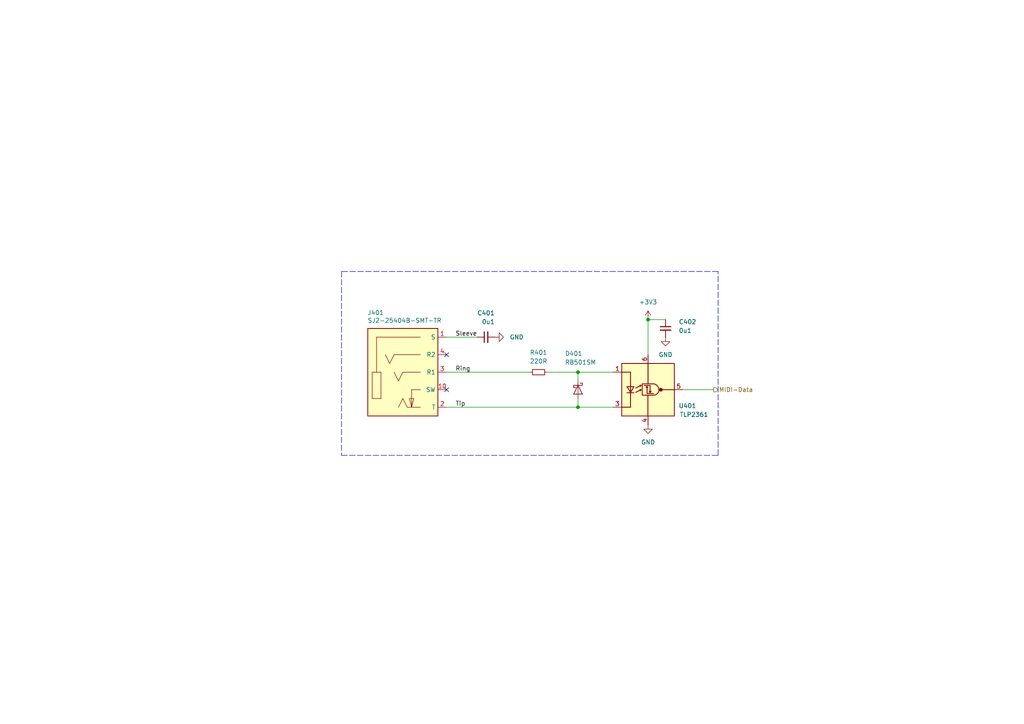
<source format=kicad_sch>
(kicad_sch (version 20231120) (generator "eeschema") (generator_version "8.0")
  (paper "A4")
  (title_block (title "MIDI In") (date "2024-07-17") (rev "2"))
  (lib_symbols
    (symbol "Device:C_Small" (pin_numbers hide) (pin_names (offset 0.254) hide)
      (property "Reference" "C" (at 0.254 1.778 0))
      (property "Value" "C_Small" (at 0.254 -2.032 0))
      (symbol "C_Small_0_1"
        (polyline (pts (xy -1.524 -0.508) (xy 1.524 -0.508)) (stroke (width 0.3302)))
        (polyline (pts (xy -1.524 0.508) (xy 1.524 0.508)) (stroke (width 0.3048)))
      )
      (symbol "C_Small_1_1"
        (pin passive line (at 0 2.54 270) (length 2.032) (name "~") (number "1"))
        (pin passive line (at 0 -2.54 90) (length 2.032) (name "~") (number "2"))
      )
    )
    (symbol "Device:R_Small" (pin_numbers hide) (pin_names (offset 0.254) hide)
      (property "Reference" "R" (at 0.762 0.508 0))
      (property "Value" "R_Small" (at 0.762 -1.016 0))
      (symbol "R_Small_0_1"
        (rectangle (start -0.762 1.778) (end 0.762 -1.778) (stroke (width 0.2032)))
      )
      (symbol "R_Small_1_1"
        (pin passive line (at 0 2.54 270) (length 0.762) (name "~") (number "1"))
        (pin passive line (at 0 -2.54 90) (length 0.762) (name "~") (number "2"))
      )
    )
    (symbol "V2_Connector_Audio:SJ2-25404B-SMT-TR" (pin_names (offset 0.635))
      (property "Reference" "J" (at -10.1854 15.2654 0))
      (property "Value" "SJ2-25404B-SMT-TR" (at -10.414 -17.78 0))
      (symbol "SJ2-25404B-SMT-TR_0_0"
        (rectangle (start -10.16 12.7) (end 10.16 -12.7) (stroke (width 0.254)) (fill (type background)))
        (polyline (pts (xy -8.89 -7.62) (xy -6.35 -7.62)) (stroke (width 0.1524)))
        (polyline (pts (xy -8.89 0) (xy -8.89 -7.62)) (stroke (width 0.1524)))
        (polyline (pts (xy -7.62 0) (xy -8.89 0)) (stroke (width 0.1524)))
        (polyline (pts (xy -7.62 10.16) (xy -7.62 0)) (stroke (width 0.1524)))
        (polyline (pts (xy -6.35 -7.62) (xy -6.35 0)) (stroke (width 0.1524)))
        (polyline (pts (xy -6.35 0) (xy -7.62 0)) (stroke (width 0.1524)))
        (polyline (pts (xy -3.81 2.54) (xy -5.08 5.08)) (stroke (width 0.1524)))
        (polyline (pts (xy -2.54 5.08) (xy -3.81 2.54)) (stroke (width 0.1524)))
        (polyline (pts (xy -1.27 -2.54) (xy -2.54 0)) (stroke (width 0.1524)))
        (polyline (pts (xy 0 -7.62) (xy -1.27 -10.16)) (stroke (width 0.1524)))
        (polyline (pts (xy 0 0) (xy -1.27 -2.54)) (stroke (width 0.1524)))
        (polyline (pts (xy 1.27 -10.16) (xy 0 -7.62)) (stroke (width 0.1524)))
        (polyline (pts (xy 2.54 -10.16) (xy 1.27 -10.16)) (stroke (width 0.1524)))
        (polyline (pts (xy 2.54 -5.08) (xy 2.54 -10.16)) (stroke (width 0.1524)))
        (polyline (pts (xy 5.08 -10.16) (xy 2.54 -10.16)) (stroke (width 0.1524)))
        (polyline (pts (xy 5.08 -5.08) (xy 2.54 -5.08)) (stroke (width 0.1524)))
        (polyline (pts (xy 5.08 0) (xy 0 0)) (stroke (width 0.1524)))
        (polyline (pts (xy 5.08 5.08) (xy -2.54 5.08)) (stroke (width 0.1524)))
        (polyline (pts (xy 5.08 10.16) (xy -7.62 10.16)) (stroke (width 0.1524)))
        (polyline (pts (xy 2.54 -10.16) (xy 1.905 -7.62) (xy 3.175 -7.62) (xy 2.54 -10.16)) (stroke (width 0.1524)) (fill (type background)))
      )
      (symbol "SJ2-25404B-SMT-TR_1_0"
        (pin passive line (at 12.7 10.16 180) (length 2.54) (name "S") (number "1"))
        (pin passive line (at 12.7 -5.08 180) (length 2.54) (name "SW") (number "10"))
        (pin passive line (at 12.7 -10.16 180) (length 2.54) (name "T") (number "2"))
        (pin passive line (at 12.7 0 180) (length 2.54) (name "R1") (number "3"))
        (pin passive line (at 12.7 5.08 180) (length 2.54) (name "R2") (number "4"))
      )
    )
    (symbol "V2_Diode:RB501SM" (pin_numbers hide) (pin_names hide)
      (property "Reference" "D" (at 0 2.54 0))
      (property "Value" "RB501SM" (at 0 -3.81 0))
      (symbol "RB501SM_0_1"
        (polyline (pts (xy 1.27 0) (xy -1.27 0)))
        (polyline (pts (xy 1.27 1.27) (xy 1.27 -1.27) (xy -1.27 0) (xy 1.27 1.27)) (stroke (width 0.2032)))
        (polyline (pts (xy -1.905 0.635) (xy -1.905 1.27) (xy -1.27 1.27) (xy -1.27 -1.27) (xy -0.635 -1.27) (xy -0.635 -0.635)) (stroke (width 0.2032)))
      )
      (symbol "RB501SM_1_1"
        (pin passive line (at -2.54 0 0) (length 1.27) (name "K") (number "1"))
        (pin passive line (at 2.54 0 180) (length 1.27) (name "A") (number "2"))
      )
    )
    (symbol "V2_Isolator:TLP2361" (pin_names (offset 1.016) hide)
      (property "Reference" "U" (at -7.112 8.89 0))
      (property "Value" "TLP2361" (at 1.016 9.144 0))
      (symbol "TLP2361_0_1"
        (rectangle (start -7.62 7.62) (end 7.62 -7.62) (stroke (width 0.254)) (fill (type background)))
        (polyline (pts (xy -6.096 -0.889) (xy -4.064 -0.889)) (stroke (width 0.254)))
        (polyline (pts (xy -5.08 -1.27) (xy -5.08 -0.9144)) (stroke (width 0.254)))
        (polyline (pts (xy -5.08 1.016) (xy -5.08 -0.762)) (stroke (width 0.254)))
        (polyline (pts (xy -5.08 1.27) (xy -5.08 0.9144)) (stroke (width 0.254)))
        (polyline (pts (xy -3.556 -0.762) (xy -2.032 0)) (stroke (width 0.254)))
        (polyline (pts (xy -3.556 0.508) (xy -2.032 1.27)) (stroke (width 0.254)))
        (polyline (pts (xy -2.032 0) (xy -2.3368 0.0508)) (stroke (width 0.254)))
        (polyline (pts (xy -2.032 0) (xy -2.1844 -0.3048)) (stroke (width 0.254)))
        (polyline (pts (xy -2.032 1.27) (xy -2.3368 1.3208)) (stroke (width 0.254)))
        (polyline (pts (xy -2.032 1.27) (xy -2.1844 0.9652)) (stroke (width 0.254)))
        (polyline (pts (xy -0.0508 -7.6962) (xy -0.0508 -1.7272)) (stroke (width 0.254)))
        (polyline (pts (xy 0 7.6454) (xy 0 1.8034)) (stroke (width 0.254)))
        (polyline (pts (xy 0.8382 -0.5334) (xy 0.5842 -0.8128)) (stroke (width 0.254)))
        (polyline (pts (xy 7.747 0) (xy 4.064 0)) (stroke (width 0.254)))
        (polyline (pts (xy -7.62 -5.08) (xy -5.08 -5.08) (xy -5.08 -1.27)) (stroke (width 0.254)))
        (polyline (pts (xy -5.08 1.27) (xy -5.08 5.08) (xy -7.62 5.08)) (stroke (width 0.254)))
        (polyline (pts (xy -0.2794 0.6604) (xy -0.2794 -1.1176) (xy 1.6002 -1.1176)) (stroke (width 0.254)))
        (polyline (pts (xy 0.5842 -0.7874) (xy 0.3302 -0.5334) (xy 0.8382 -0.5334)) (stroke (width 0.254)))
        (polyline (pts (xy 0.6096 -0.8128) (xy 0.6096 1.2446) (xy -1.0668 1.2446)) (stroke (width 0.254)))
        (polyline (pts (xy -6.096 0.889) (xy -4.064 0.889) (xy -5.08 -0.762) (xy -6.096 0.889)) (stroke (width 0.254)))
        (polyline (pts (xy -0.3048 0.9398) (xy -0.5588 0.6858) (xy -0.0508 0.6858) (xy -0.3048 0.9398)) (stroke (width 0.254)))
        (polyline (pts (xy 1.3716 1.7018) (xy -1.6764 1.7018) (xy -1.6764 -1.6002) (xy 1.3716 -1.6002)) (stroke (width 0.254)))
        (arc (start 1.397 -1.6002) (mid 2.6016 -1.2064) (end 3.175 -0.0762) (stroke (width 0.254)))
        (arc (start 3.1496 -0.0508) (mid 2.6235 1.2011) (end 1.3716 1.7272) (stroke (width 0.254)))
        (circle (center 3.7084 0) (radius 0.4572) (fill (type outline)))
      )
      (symbol "TLP2361_1_1"
        (pin passive line (at -10.16 5.08 0) (length 2.54) (name "A") (number "1"))
        (pin passive line (at -10.16 -5.08 0) (length 2.54) (name "K") (number "3"))
        (pin power_in line (at 0 -10.16 90) (length 2.54) (name "GND") (number "4"))
        (pin output line (at 10.16 0 180) (length 2.54) (name "VO") (number "5"))
        (pin power_in line (at 0 10.16 270) (length 2.54) (name "VDD") (number "6"))
      )
    )
    (symbol "power:+3V3" (power) (pin_numbers hide) (pin_names (offset 0) hide)
      (property "Value" "+3V3" (at 0 3.556 0))
      (symbol "+3V3_0_1"
        (polyline (pts (xy -0.762 1.27) (xy 0 2.54)))
        (polyline (pts (xy 0 0) (xy 0 2.54)))
        (polyline (pts (xy 0 2.54) (xy 0.762 1.27)))
      )
      (symbol "+3V3_1_1"
        (pin power_in line (at 0 0 90) (length 0) (name "~") (number "1"))
      )
    )
    (symbol "power:GND" (power) (pin_numbers hide) (pin_names (offset 0) hide)
      (property "Value" "GND" (at 0 -3.81 0))
      (symbol "GND_0_1"
        (polyline (pts (xy 0 0) (xy 0 -1.27) (xy 1.27 -1.27) (xy 0 -2.54) (xy -1.27 -1.27) (xy 0 -1.27)))
      )
      (symbol "GND_1_1"
        (pin power_in line (at 0 0 270) (length 0) (name "~") (number "1"))
      )
    )
  )
  (junction (at 187.96 92.71))
  (junction (at 167.64 107.95))
  (junction (at 167.64 118.11))
  (no_connect (at 129.54 113.03))
  (no_connect (at 129.54 102.87))
  (wire (pts (xy 167.64 107.95) (xy 167.64 110.49)))
  (wire (pts (xy 158.75 107.95) (xy 167.64 107.95)))
  (wire (pts (xy 167.64 118.11) (xy 177.8 118.11)))
  (wire (pts (xy 167.64 115.57) (xy 167.64 118.11)))
  (wire (pts (xy 129.54 107.95) (xy 153.67 107.95)))
  (wire (pts (xy 167.64 107.95) (xy 177.8 107.95)))
  (polyline (pts (xy 208.28 78.74) (xy 99.06 78.74)) (stroke (width 0) (type dash)))
  (wire (pts (xy 198.12 113.03) (xy 207.01 113.03)))
  (wire (pts (xy 129.54 97.79) (xy 138.43 97.79)))
  (wire (pts (xy 129.54 118.11) (xy 167.64 118.11)))
  (wire (pts (xy 187.96 92.71) (xy 187.96 102.87)))
  (polyline (pts (xy 208.28 132.08) (xy 208.28 78.74)) (stroke (width 0) (type dash)))
  (wire (pts (xy 187.96 92.71) (xy 193.04 92.71)))
  (polyline (pts (xy 99.06 132.08) (xy 208.28 132.08)) (stroke (width 0) (type dash)))
  (polyline (pts (xy 99.06 78.74) (xy 99.06 132.08)) (stroke (width 0) (type dash)))
  (label "Ring" (at 132.08 107.95 0))
  (label "Tip" (at 132.08 118.11 0))
  (label "Sleeve" (at 132.08 97.79 0))
  (hierarchical_label "MIDI-Data" (shape output) (at 207.01 113.03 0))
  (symbol (lib_id "power:GND") (at 187.96 123.19 0) (unit 1)
    (property "Reference" "#PWR0403" (effects (hide yes)))
    (property "Value" "GND" (at 187.96 128.27 0))
  )
  (symbol (lib_id "Device:R_Small") (at 156.21 107.95 90) (unit 1)
    (property "Reference" "R401" (at 156.21 102.235 90))
    (property "Value" "220R" (at 156.21 104.775 90))
    (property "Footprint" "Resistor_SMD:R_0603_1608Metric" (effects (hide yes)))
  )
  (symbol (lib_id "power:GND") (at 143.51 97.79 90) (unit 1)
    (property "Reference" "#PWR0401" (effects (hide yes)))
    (property "Value" "GND" (at 149.86 97.79 90))
  )
  (symbol (lib_id "Device:C_Small") (at 140.97 97.79 90) (unit 1)
    (property "Reference" "C401" (at 143.5162 90.805 90) (effects (justify left)))
    (property "Value" "0u1" (at 143.5162 93.345 90) (effects (justify left)))
    (property "Footprint" "Capacitor_SMD:C_0603_1608Metric" (effects (hide yes)))
  )
  (symbol (lib_id "V2_Diode:RB501SM") (at 167.64 113.03 270) (unit 1)
    (property "Reference" "D401" (at 163.83 102.5524 90) (effects (justify left)))
    (property "Value" "RB501SM" (at 163.83 105.0924 90) (effects (justify left)))
    (property "Footprint" "Diode_SMD:D_SOD-523" (effects (hide yes)))
  )
  (symbol (lib_id "V2_Isolator:TLP2361") (at 187.96 113.03 0) (unit 1)
    (property "Reference" "U401" (at 199.39 117.7036 0))
    (property "Value" "TLP2361" (at 201.295 120.2436 0))
    (property "Footprint" "Package_SO:SO-5_4.4x3.6mm_P1.27mm" (effects (hide yes)))
  )
  (symbol (lib_id "Device:C_Small") (at 193.04 95.25 0) (unit 1)
    (property "Reference" "C402" (at 196.85 93.3512 0) (effects (justify left)))
    (property "Value" "0u1" (at 196.85 95.8912 0) (effects (justify left)))
    (property "Footprint" "Capacitor_SMD:C_0603_1608Metric" (effects (hide yes)))
  )
  (symbol (lib_id "V2_Connector_Audio:SJ2-25404B-SMT-TR") (at 116.84 107.95 0) (unit 1)
    (property "Reference" "J401" (at 108.966 90.678 0))
    (property "Value" "SJ2-25404B-SMT-TR" (at 117.348 92.964 0))
    (property "Footprint" "V2_Connector_Audio:CUI_SJ2-25404B-SMT-TR" (effects (hide yes)))
    (property "Description" "SJ2-35464B-SMT-TR" (effects (hide yes)))
  )
  (symbol (lib_id "power:+3V3") (at 187.96 92.71 0) (unit 1)
    (property "Reference" "#PWR0402" (effects (hide yes)))
    (property "Value" "+3V3" (at 187.96 87.63 0))
  )
  (symbol (lib_id "power:GND") (at 193.04 97.79 0) (unit 1)
    (property "Reference" "#PWR0404" (effects (hide yes)))
    (property "Value" "GND" (at 193.04 102.87 0))
  )
)
</source>
